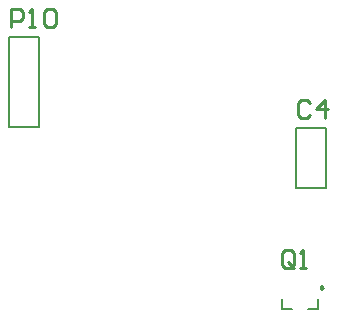
<source format=gto>
G04*
G04 #@! TF.GenerationSoftware,Altium Limited,Altium Designer,21.6.4 (81)*
G04*
G04 Layer_Color=65535*
%FSLAX25Y25*%
%MOIN*%
G70*
G04*
G04 #@! TF.SameCoordinates,A100BF9E-4997-418F-BECE-E597615EEDA1*
G04*
G04*
G04 #@! TF.FilePolarity,Positive*
G04*
G01*
G75*
%ADD10C,0.00984*%
%ADD11C,0.00787*%
%ADD12C,0.01000*%
D10*
X107579Y104429D02*
X106841Y104855D01*
Y104003D01*
X107579Y104429D01*
D11*
X108500Y137500D02*
Y157500D01*
X98500D02*
X108500D01*
X98500Y137500D02*
Y157500D01*
Y137500D02*
X108500D01*
X13000Y158000D02*
Y188000D01*
X3000D02*
X13000D01*
X3000Y158000D02*
Y188000D01*
Y158000D02*
X13000D01*
X105905Y97244D02*
Y100787D01*
X102756Y97244D02*
X105905D01*
X94095D02*
Y100787D01*
Y97244D02*
X97244D01*
D12*
X97899Y111900D02*
Y115898D01*
X96899Y116898D01*
X94900D01*
X93900Y115898D01*
Y111900D01*
X94900Y110900D01*
X96899D01*
X95899Y112899D02*
X97899Y110900D01*
X96899D02*
X97899Y111900D01*
X99898Y110900D02*
X101897D01*
X100898D01*
Y116898D01*
X99898Y115898D01*
X3600Y191400D02*
Y197398D01*
X6599D01*
X7599Y196398D01*
Y194399D01*
X6599Y193399D01*
X3600D01*
X9598Y191400D02*
X11597D01*
X10598D01*
Y197398D01*
X9598Y196398D01*
X14596D02*
X15596Y197398D01*
X17595D01*
X18595Y196398D01*
Y192400D01*
X17595Y191400D01*
X15596D01*
X14596Y192400D01*
Y196398D01*
X103099Y165898D02*
X102099Y166898D01*
X100100D01*
X99100Y165898D01*
Y161900D01*
X100100Y160900D01*
X102099D01*
X103099Y161900D01*
X108097Y160900D02*
Y166898D01*
X105098Y163899D01*
X109097D01*
M02*

</source>
